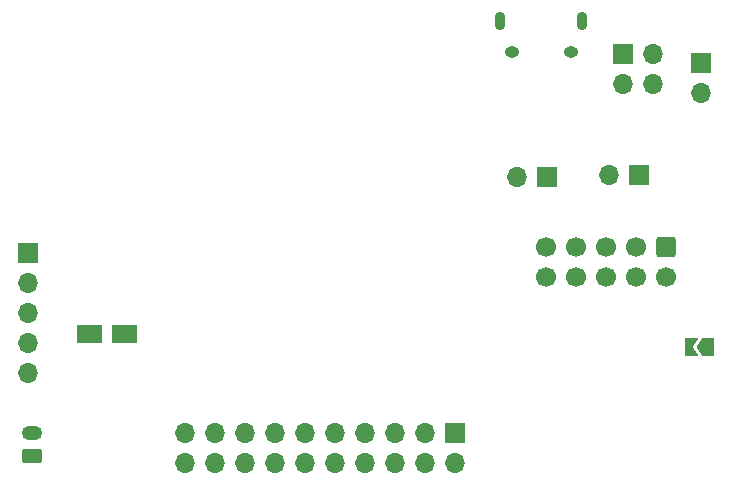
<source format=gbs>
G04 #@! TF.GenerationSoftware,KiCad,Pcbnew,8.0.0*
G04 #@! TF.CreationDate,2024-04-09T17:42:43-05:00*
G04 #@! TF.ProjectId,esp32_example,65737033-325f-4657-9861-6d706c652e6b,rev?*
G04 #@! TF.SameCoordinates,Original*
G04 #@! TF.FileFunction,Soldermask,Bot*
G04 #@! TF.FilePolarity,Negative*
%FSLAX46Y46*%
G04 Gerber Fmt 4.6, Leading zero omitted, Abs format (unit mm)*
G04 Created by KiCad (PCBNEW 8.0.0) date 2024-04-09 17:42:43*
%MOMM*%
%LPD*%
G01*
G04 APERTURE LIST*
G04 Aperture macros list*
%AMRoundRect*
0 Rectangle with rounded corners*
0 $1 Rounding radius*
0 $2 $3 $4 $5 $6 $7 $8 $9 X,Y pos of 4 corners*
0 Add a 4 corners polygon primitive as box body*
4,1,4,$2,$3,$4,$5,$6,$7,$8,$9,$2,$3,0*
0 Add four circle primitives for the rounded corners*
1,1,$1+$1,$2,$3*
1,1,$1+$1,$4,$5*
1,1,$1+$1,$6,$7*
1,1,$1+$1,$8,$9*
0 Add four rect primitives between the rounded corners*
20,1,$1+$1,$2,$3,$4,$5,0*
20,1,$1+$1,$4,$5,$6,$7,0*
20,1,$1+$1,$6,$7,$8,$9,0*
20,1,$1+$1,$8,$9,$2,$3,0*%
%AMFreePoly0*
4,1,6,1.000000,0.000000,0.500000,-0.750000,-0.500000,-0.750000,-0.500000,0.750000,0.500000,0.750000,1.000000,0.000000,1.000000,0.000000,$1*%
%AMFreePoly1*
4,1,6,0.500000,-0.750000,-0.650000,-0.750000,-0.150000,0.000000,-0.650000,0.750000,0.500000,0.750000,0.500000,-0.750000,0.500000,-0.750000,$1*%
G04 Aperture macros list end*
%ADD10O,1.700000X1.700000*%
%ADD11R,1.700000X1.700000*%
%ADD12RoundRect,0.250000X0.625000X-0.350000X0.625000X0.350000X-0.625000X0.350000X-0.625000X-0.350000X0*%
%ADD13O,1.750000X1.200000*%
%ADD14RoundRect,0.250000X-0.600000X0.600000X-0.600000X-0.600000X0.600000X-0.600000X0.600000X0.600000X0*%
%ADD15C,1.700000*%
%ADD16O,0.890000X1.550000*%
%ADD17O,1.250000X0.950000*%
%ADD18FreePoly0,180.000000*%
%ADD19FreePoly1,180.000000*%
%ADD20R,1.500000X1.500000*%
%ADD21FreePoly0,0.000000*%
G04 APERTURE END LIST*
D10*
G04 #@! TO.C,J10*
X223730000Y-45570000D03*
D11*
X223730000Y-43030000D03*
G04 #@! TD*
G04 #@! TO.C,J8*
X210670000Y-52690000D03*
D10*
X208130000Y-52690000D03*
G04 #@! TD*
D12*
G04 #@! TO.C,J1*
X167098800Y-76320400D03*
D13*
X167098800Y-74320400D03*
G04 #@! TD*
D11*
G04 #@! TO.C,J4*
X202946000Y-74396600D03*
D10*
X202946000Y-76936600D03*
X200406000Y-74396600D03*
X200406000Y-76936600D03*
X197866000Y-74396600D03*
X197866000Y-76936600D03*
X195326000Y-74396600D03*
X195326000Y-76936600D03*
X192786000Y-74396600D03*
X192786000Y-76936600D03*
X190246000Y-74396600D03*
X190246000Y-76936600D03*
X187706000Y-74396600D03*
X187706000Y-76936600D03*
X185166000Y-74396600D03*
X185166000Y-76936600D03*
X182626000Y-74396600D03*
X182626000Y-76936600D03*
X180086000Y-74396600D03*
X180086000Y-76936600D03*
G04 #@! TD*
D14*
G04 #@! TO.C,J7*
X220810000Y-58600000D03*
D15*
X220810000Y-61140000D03*
X218270000Y-58600000D03*
X218270000Y-61140000D03*
X215730000Y-58600000D03*
X215730000Y-61140000D03*
X213190000Y-58600000D03*
X213190000Y-61140000D03*
X210650000Y-58600000D03*
X210650000Y-61140000D03*
G04 #@! TD*
D11*
G04 #@! TO.C,J3*
X166725600Y-59156600D03*
D10*
X166725600Y-61696600D03*
X166725600Y-64236600D03*
X166725600Y-66776600D03*
X166725600Y-69316600D03*
G04 #@! TD*
D11*
G04 #@! TO.C,J5*
X218525000Y-52480000D03*
D10*
X215985000Y-52480000D03*
G04 #@! TD*
D16*
G04 #@! TO.C,J2*
X213700000Y-39440000D03*
D17*
X212700000Y-42140000D03*
X207700000Y-42140000D03*
D16*
X206700000Y-39440000D03*
G04 #@! TD*
D11*
G04 #@! TO.C,J9*
X217130000Y-42280000D03*
D10*
X219670000Y-42280000D03*
X217130000Y-44820000D03*
X219670000Y-44820000D03*
G04 #@! TD*
D18*
G04 #@! TO.C,JP1*
X224340000Y-67050000D03*
D19*
X222890000Y-67050000D03*
G04 #@! TD*
D20*
G04 #@! TO.C,JP2*
X174650400Y-65938400D03*
X172250400Y-65938400D03*
D18*
X175450400Y-65938400D03*
D21*
X171450400Y-65938400D03*
G04 #@! TD*
M02*

</source>
